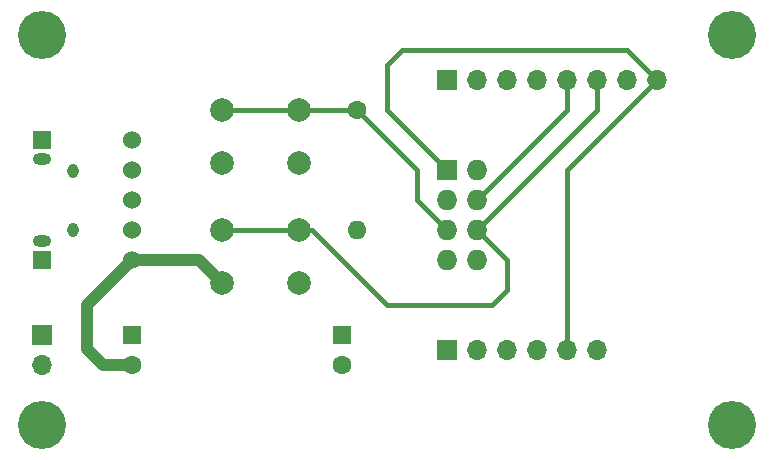
<source format=gtl>
G04 #@! TF.FileFunction,Copper,L1,Top,Signal*
%FSLAX46Y46*%
G04 Gerber Fmt 4.6, Leading zero omitted, Abs format (unit mm)*
G04 Created by KiCad (PCBNEW 4.0.7-e1-6374~58~ubuntu16.04.1) date Wed Aug 16 17:55:18 2017*
%MOMM*%
%LPD*%
G01*
G04 APERTURE LIST*
%ADD10C,0.100000*%
%ADD11R,1.727200X1.727200*%
%ADD12O,1.727200X1.727200*%
%ADD13R,1.600000X1.600000*%
%ADD14C,1.600000*%
%ADD15O,0.950000X1.250000*%
%ADD16O,1.550000X1.000000*%
%ADD17R,1.700000X1.700000*%
%ADD18O,1.700000X1.700000*%
%ADD19C,1.524000*%
%ADD20R,1.524000X1.524000*%
%ADD21O,1.600000X1.600000*%
%ADD22C,2.000000*%
%ADD23C,4.064000*%
%ADD24C,1.000000*%
%ADD25C,0.400000*%
G04 APERTURE END LIST*
D10*
D11*
X185420000Y-93980000D03*
D12*
X187960000Y-93980000D03*
X185420000Y-96520000D03*
X187960000Y-96520000D03*
X185420000Y-99060000D03*
X187960000Y-99060000D03*
X185420000Y-101600000D03*
X187960000Y-101600000D03*
D13*
X158750000Y-107950000D03*
D14*
X158750000Y-110450000D03*
D13*
X176530000Y-107950000D03*
D14*
X176530000Y-110450000D03*
D15*
X153750000Y-99020000D03*
X153750000Y-94020000D03*
D16*
X151050000Y-100020000D03*
X151050000Y-93020000D03*
D17*
X185420000Y-109220000D03*
D18*
X187960000Y-109220000D03*
X190500000Y-109220000D03*
X193040000Y-109220000D03*
X195580000Y-109220000D03*
X198120000Y-109220000D03*
D17*
X151130000Y-107950000D03*
D18*
X151130000Y-110490000D03*
D17*
X185420000Y-86360000D03*
D18*
X187960000Y-86360000D03*
X190500000Y-86360000D03*
X193040000Y-86360000D03*
X195580000Y-86360000D03*
X198120000Y-86360000D03*
X200660000Y-86360000D03*
X203200000Y-86360000D03*
D19*
X158750000Y-101600000D03*
X158750000Y-99060000D03*
X158750000Y-96520000D03*
X158750000Y-93980000D03*
X158750000Y-91440000D03*
D20*
X151130000Y-91440000D03*
X151130000Y-101600000D03*
D14*
X177800000Y-88900000D03*
D21*
X177800000Y-99060000D03*
D22*
X166370000Y-93400000D03*
X166370000Y-88900000D03*
X172870000Y-93400000D03*
X172870000Y-88900000D03*
X166370000Y-103560000D03*
X166370000Y-99060000D03*
X172870000Y-103560000D03*
X172870000Y-99060000D03*
D23*
X209550000Y-82550000D03*
X209550000Y-115570000D03*
X151130000Y-115570000D03*
X151130000Y-82550000D03*
D24*
X158750000Y-110450000D02*
X156250000Y-110450000D01*
X154940000Y-105410000D02*
X158750000Y-101600000D01*
X154940000Y-109140000D02*
X154940000Y-105410000D01*
X156250000Y-110450000D02*
X154940000Y-109140000D01*
X158750000Y-101600000D02*
X164410000Y-101600000D01*
X164410000Y-101600000D02*
X166370000Y-103560000D01*
D25*
X195580000Y-109220000D02*
X195580000Y-93980000D01*
X195580000Y-93980000D02*
X203200000Y-86360000D01*
X203200000Y-86360000D02*
X200660000Y-83820000D01*
X180340000Y-88900000D02*
X185420000Y-93980000D01*
X180340000Y-85090000D02*
X180340000Y-88900000D01*
X181610000Y-83820000D02*
X180340000Y-85090000D01*
X200660000Y-83820000D02*
X181610000Y-83820000D01*
X172870000Y-99060000D02*
X173990000Y-99060000D01*
X190500000Y-101600000D02*
X187960000Y-99060000D01*
X190500000Y-104140000D02*
X190500000Y-101600000D01*
X189230000Y-105410000D02*
X190500000Y-104140000D01*
X180340000Y-105410000D02*
X189230000Y-105410000D01*
X173990000Y-99060000D02*
X180340000Y-105410000D01*
X166370000Y-99060000D02*
X172870000Y-99060000D01*
X187960000Y-99060000D02*
X198120000Y-88900000D01*
X198120000Y-88900000D02*
X198120000Y-86360000D01*
X195580000Y-86360000D02*
X195580000Y-88900000D01*
X195580000Y-88900000D02*
X187960000Y-96520000D01*
X166370000Y-88900000D02*
X172870000Y-88900000D01*
X172870000Y-88900000D02*
X177800000Y-88900000D01*
X177800000Y-88900000D02*
X182880000Y-93980000D01*
X182880000Y-93980000D02*
X182880000Y-96520000D01*
X182880000Y-96520000D02*
X185420000Y-99060000D01*
M02*

</source>
